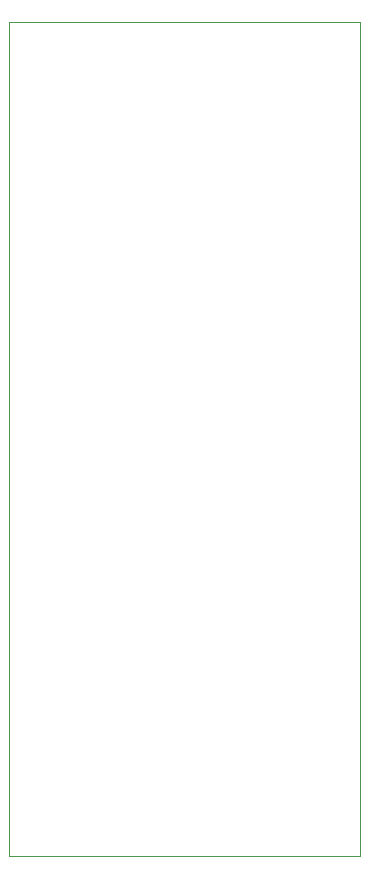
<source format=gbr>
G04 #@! TF.GenerationSoftware,KiCad,Pcbnew,5.0.2-bee76a0~70~ubuntu18.04.1*
G04 #@! TF.CreationDate,2020-02-03T17:56:43+02:00*
G04 #@! TF.ProjectId,Telemetry Board,54656c65-6d65-4747-9279-20426f617264,V1.4.1*
G04 #@! TF.SameCoordinates,Original*
G04 #@! TF.FileFunction,Profile,NP*
%FSLAX46Y46*%
G04 Gerber Fmt 4.6, Leading zero omitted, Abs format (unit mm)*
G04 Created by KiCad (PCBNEW 5.0.2-bee76a0~70~ubuntu18.04.1) date ma  3. helmikuuta 2020 17.56.43*
%MOMM*%
%LPD*%
G01*
G04 APERTURE LIST*
%ADD10C,0.100000*%
G04 APERTURE END LIST*
D10*
X127508000Y-48006000D02*
X127508000Y-46228000D01*
X97790000Y-46228000D02*
X97790000Y-48006000D01*
X127508000Y-48006000D02*
X127508000Y-116840000D01*
X124968000Y-46228000D02*
X127508000Y-46228000D01*
X127508000Y-116840000D02*
X124968000Y-116840000D01*
X97790000Y-46228000D02*
X124968000Y-46228000D01*
X97790000Y-116840000D02*
X97790000Y-48006000D01*
X124968000Y-116840000D02*
X97790000Y-116840000D01*
M02*

</source>
